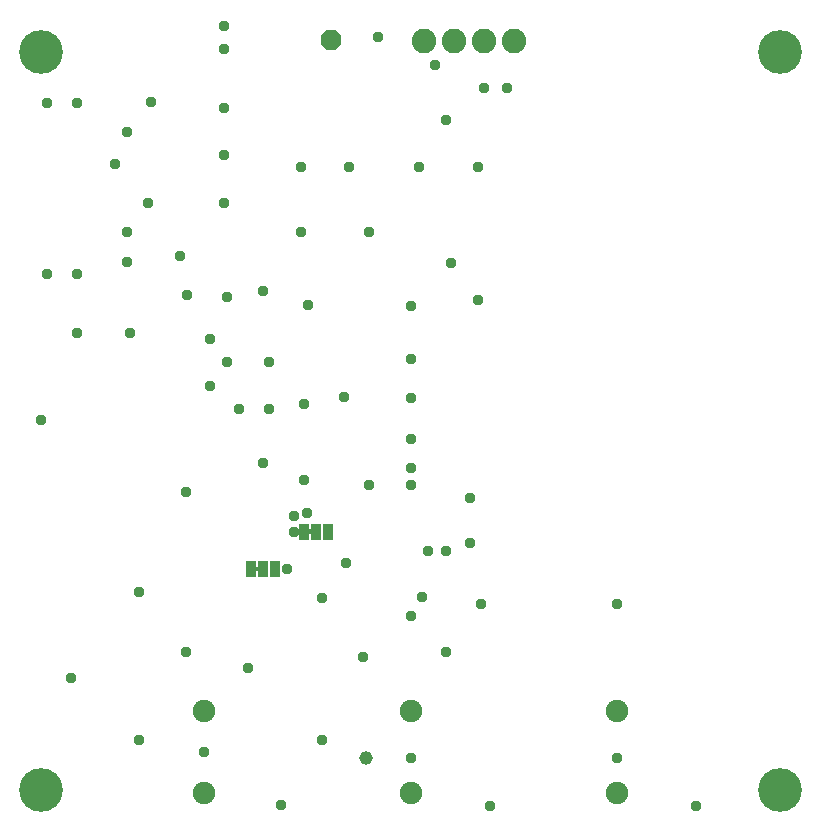
<source format=gbr>
G04 EAGLE Gerber RS-274X export*
G75*
%MOMM*%
%FSLAX34Y34*%
%LPD*%
%INSoldermask Bottom*%
%IPPOS*%
%AMOC8*
5,1,8,0,0,1.08239X$1,22.5*%
G01*
%ADD10C,3.703200*%
%ADD11C,1.903200*%
%ADD12C,2.082800*%
%ADD13P,1.869504X8X22.500000*%
%ADD14R,0.838200X1.473200*%
%ADD15C,0.959600*%
%ADD16C,1.159600*%

G36*
X266890Y254607D02*
X266890Y254607D01*
X266956Y254609D01*
X266999Y254627D01*
X267046Y254635D01*
X267103Y254669D01*
X267163Y254694D01*
X267198Y254725D01*
X267239Y254750D01*
X267281Y254801D01*
X267329Y254845D01*
X267351Y254887D01*
X267380Y254924D01*
X267401Y254986D01*
X267432Y255045D01*
X267440Y255099D01*
X267452Y255136D01*
X267451Y255176D01*
X267459Y255230D01*
X267459Y257770D01*
X267448Y257835D01*
X267446Y257901D01*
X267428Y257944D01*
X267420Y257991D01*
X267386Y258048D01*
X267361Y258108D01*
X267330Y258143D01*
X267305Y258184D01*
X267254Y258226D01*
X267210Y258274D01*
X267168Y258296D01*
X267131Y258325D01*
X267069Y258346D01*
X267010Y258377D01*
X266956Y258385D01*
X266919Y258397D01*
X266879Y258396D01*
X266825Y258404D01*
X263015Y258404D01*
X262950Y258393D01*
X262884Y258391D01*
X262841Y258373D01*
X262794Y258365D01*
X262737Y258331D01*
X262677Y258306D01*
X262642Y258275D01*
X262601Y258250D01*
X262560Y258199D01*
X262511Y258155D01*
X262489Y258113D01*
X262460Y258076D01*
X262439Y258014D01*
X262408Y257955D01*
X262400Y257901D01*
X262388Y257864D01*
X262388Y257861D01*
X262389Y257824D01*
X262381Y257770D01*
X262381Y255230D01*
X262392Y255165D01*
X262394Y255099D01*
X262412Y255056D01*
X262420Y255009D01*
X262454Y254952D01*
X262479Y254892D01*
X262510Y254857D01*
X262535Y254816D01*
X262586Y254775D01*
X262630Y254726D01*
X262672Y254704D01*
X262709Y254675D01*
X262771Y254654D01*
X262830Y254623D01*
X262884Y254615D01*
X262921Y254603D01*
X262961Y254604D01*
X263015Y254596D01*
X266825Y254596D01*
X266890Y254607D01*
G37*
G36*
X221890Y223107D02*
X221890Y223107D01*
X221956Y223109D01*
X221999Y223127D01*
X222046Y223135D01*
X222103Y223169D01*
X222163Y223194D01*
X222198Y223225D01*
X222239Y223250D01*
X222281Y223301D01*
X222329Y223345D01*
X222351Y223387D01*
X222380Y223424D01*
X222401Y223486D01*
X222432Y223545D01*
X222440Y223599D01*
X222452Y223636D01*
X222451Y223676D01*
X222459Y223730D01*
X222459Y226270D01*
X222448Y226335D01*
X222446Y226401D01*
X222428Y226444D01*
X222420Y226491D01*
X222386Y226548D01*
X222361Y226608D01*
X222330Y226643D01*
X222305Y226684D01*
X222254Y226726D01*
X222210Y226774D01*
X222168Y226796D01*
X222131Y226825D01*
X222069Y226846D01*
X222010Y226877D01*
X221956Y226885D01*
X221919Y226897D01*
X221879Y226896D01*
X221825Y226904D01*
X218015Y226904D01*
X217950Y226893D01*
X217884Y226891D01*
X217841Y226873D01*
X217794Y226865D01*
X217737Y226831D01*
X217677Y226806D01*
X217642Y226775D01*
X217601Y226750D01*
X217560Y226699D01*
X217511Y226655D01*
X217489Y226613D01*
X217460Y226576D01*
X217439Y226514D01*
X217408Y226455D01*
X217400Y226401D01*
X217388Y226364D01*
X217388Y226361D01*
X217389Y226324D01*
X217381Y226270D01*
X217381Y223730D01*
X217392Y223665D01*
X217394Y223599D01*
X217412Y223556D01*
X217420Y223509D01*
X217454Y223452D01*
X217479Y223392D01*
X217510Y223357D01*
X217535Y223316D01*
X217586Y223275D01*
X217630Y223226D01*
X217672Y223204D01*
X217709Y223175D01*
X217771Y223154D01*
X217830Y223123D01*
X217884Y223115D01*
X217921Y223103D01*
X217961Y223104D01*
X218015Y223096D01*
X221825Y223096D01*
X221890Y223107D01*
G37*
D10*
X37500Y662500D03*
X662500Y662500D03*
X37500Y37500D03*
X662500Y37500D03*
D11*
X525000Y35000D03*
X525000Y105000D03*
X175000Y35000D03*
X175000Y105000D03*
X350000Y35000D03*
X350000Y105000D03*
D12*
X438000Y672000D03*
X412600Y672000D03*
X387200Y672000D03*
X361800Y672000D03*
D13*
X283000Y673000D03*
D14*
X235160Y225000D03*
X225000Y225000D03*
X214840Y225000D03*
X280160Y256500D03*
X270000Y256500D03*
X259840Y256500D03*
D15*
X62500Y132500D03*
X417000Y24000D03*
X592000Y24000D03*
X37000Y351000D03*
X240000Y25000D03*
X130000Y620000D03*
X195000Y400000D03*
X230000Y400000D03*
X225000Y460000D03*
X195000Y455000D03*
X180000Y420000D03*
X180000Y380000D03*
X205000Y360000D03*
X230000Y360000D03*
X260000Y365000D03*
X263000Y448500D03*
X350000Y447500D03*
X350000Y370000D03*
X350000Y335000D03*
X350000Y296000D03*
X315000Y296000D03*
X295000Y230000D03*
X365000Y240000D03*
X350000Y185000D03*
X175000Y70000D03*
X350000Y65000D03*
X525000Y65000D03*
X275000Y200000D03*
X275000Y80000D03*
X310000Y150000D03*
X380000Y155000D03*
X410000Y195000D03*
X160000Y155000D03*
X120000Y80000D03*
X120000Y205000D03*
X160000Y290000D03*
X380000Y605000D03*
X370500Y652000D03*
X262500Y272500D03*
X260000Y300000D03*
X100000Y567500D03*
X384000Y484000D03*
X315000Y510000D03*
X257500Y510000D03*
X257500Y565000D03*
X192500Y575000D03*
X192500Y535000D03*
X127500Y535000D03*
X192500Y615000D03*
X192500Y665000D03*
X322500Y675000D03*
X67500Y619500D03*
X42500Y619500D03*
X67500Y474500D03*
X42500Y474500D03*
X112500Y424500D03*
X67500Y424500D03*
X110000Y485000D03*
X297500Y565000D03*
X357500Y565000D03*
X407500Y565000D03*
X407000Y452500D03*
X432000Y632500D03*
X192500Y685000D03*
X525000Y195000D03*
X110000Y510500D03*
X110000Y595000D03*
X350000Y310000D03*
X380000Y240000D03*
X412500Y632000D03*
X350000Y402500D03*
X155000Y490000D03*
D16*
X312000Y64500D03*
D15*
X212000Y141000D03*
X161000Y456500D03*
X225000Y315000D03*
X251000Y270000D03*
X400000Y246500D03*
X400000Y285000D03*
X245000Y225000D03*
X360000Y201500D03*
X251000Y256500D03*
X293500Y370500D03*
M02*

</source>
